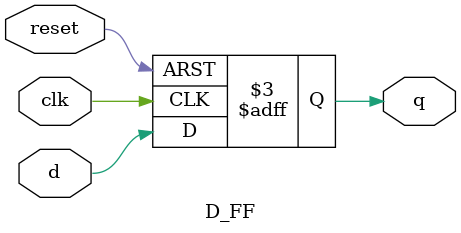
<source format=v>
module counter(out, clk, reset);
    output [3:0]out;
    input clk, reset;

    wire new_clk;
    clockDivisor cd(new_clk, clk, reset);
    T_FF t0(out[0], 1'b1, new_clk, reset);
    T_FF t1(out[1], 1'b1, out[0], reset);
    T_FF t2(out[2], 1'b1, out[1], reset);
    T_FF t3(out[3], 1'b1, out[2], reset);
endmodule

module clockDivisor(clk_out, clk_in, reset);
    output clk_out;
    input clk_in, reset;
    wire [18:0]counters;

    T_FF t0(counters[0], 1'b1, clk_in, reset);
    T_FF t1(counters[1], 1'b1, counters[0], reset);
    T_FF t2(counters[2], 1'b1, counters[1], reset);
    T_FF t3(counters[3], 1'b1, counters[2], reset);
    T_FF t4(counters[4], 1'b1, counters[3], reset);
    T_FF t5(counters[5], 1'b1, counters[4], reset);
    T_FF t6(counters[6], 1'b1, counters[5], reset);
    T_FF t7(counters[7], 1'b1, counters[6], reset);
    T_FF t8(counters[8], 1'b1, counters[7], reset);
    T_FF t9(counters[9], 1'b1, counters[8], reset);
    T_FF t10(counters[10], 1'b1, counters[9], reset);
    T_FF t11(counters[11], 1'b1, counters[10], reset);
    T_FF t12(counters[12], 1'b1, counters[11], reset);
    T_FF t13(counters[13], 1'b1, counters[12], reset);
    T_FF t14(counters[14], 1'b1, counters[13], reset);
    T_FF t15(counters[15], 1'b1, counters[14], reset);
    T_FF t16(counters[16], 1'b1, counters[15], reset);
    T_FF t17(counters[17], 1'b1, counters[16], reset);
    T_FF t18(counters[18], 1'b1, counters[17], reset);
    T_FF t19(clk_out, 1'b1, counters[18], reset);
endmodule

module T_FF(q, t, clk, reset);
    output q;
    input t, clk, reset;
    wire d;

    xor (d, q, t);
    D_FF dff(q, d, clk, reset);
endmodule

module D_FF(q, d, clk, reset);
    output q;
    input d, clk, reset;
    reg q;
    always @(posedge reset or negedge clk)
        if (reset == 1'b1)
            q <= 1'b0;
        else
            q <= d;    
endmodule
</source>
